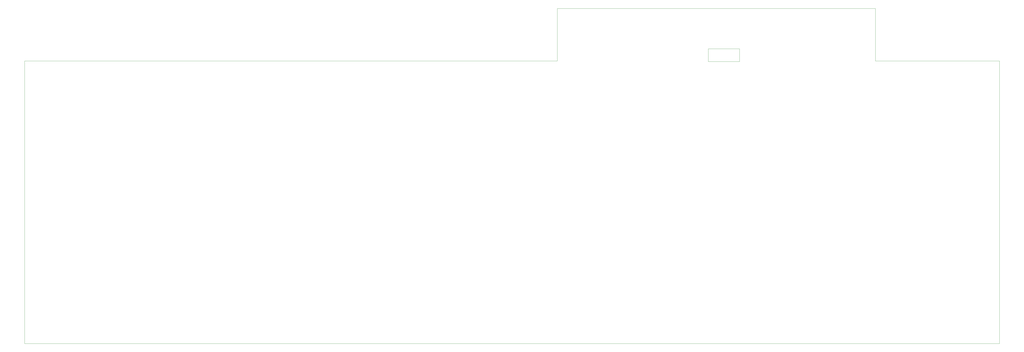
<source format=gm1>
%TF.GenerationSoftware,KiCad,Pcbnew,7.0.7*%
%TF.CreationDate,2023-10-06T16:16:01-07:00*%
%TF.ProjectId,XTay,58546179-2e6b-4696-9361-645f70636258,rev?*%
%TF.SameCoordinates,Original*%
%TF.FileFunction,Profile,NP*%
%FSLAX46Y46*%
G04 Gerber Fmt 4.6, Leading zero omitted, Abs format (unit mm)*
G04 Created by KiCad (PCBNEW 7.0.7) date 2023-10-06 16:16:01*
%MOMM*%
%LPD*%
G01*
G04 APERTURE LIST*
%TA.AperFunction,Profile*%
%ADD10C,0.100000*%
%TD*%
G04 APERTURE END LIST*
D10*
X15630000Y-102730000D02*
X15630000Y-224500000D01*
X382000000Y-102730000D02*
X382000000Y-80200000D01*
X15630000Y-102730000D02*
X245000000Y-102730000D01*
X245000000Y-80200000D02*
X382000000Y-80200000D01*
X435460000Y-102730000D02*
X382000000Y-102730000D01*
X245000000Y-102730000D02*
X245000000Y-80200000D01*
X435460000Y-102730000D02*
X435460000Y-224500000D01*
X310010000Y-97500000D02*
X323500000Y-97500000D01*
X323500000Y-103000000D01*
X310010000Y-103000000D01*
X310010000Y-97500000D01*
X15630000Y-224500000D02*
X435460000Y-224500000D01*
M02*

</source>
